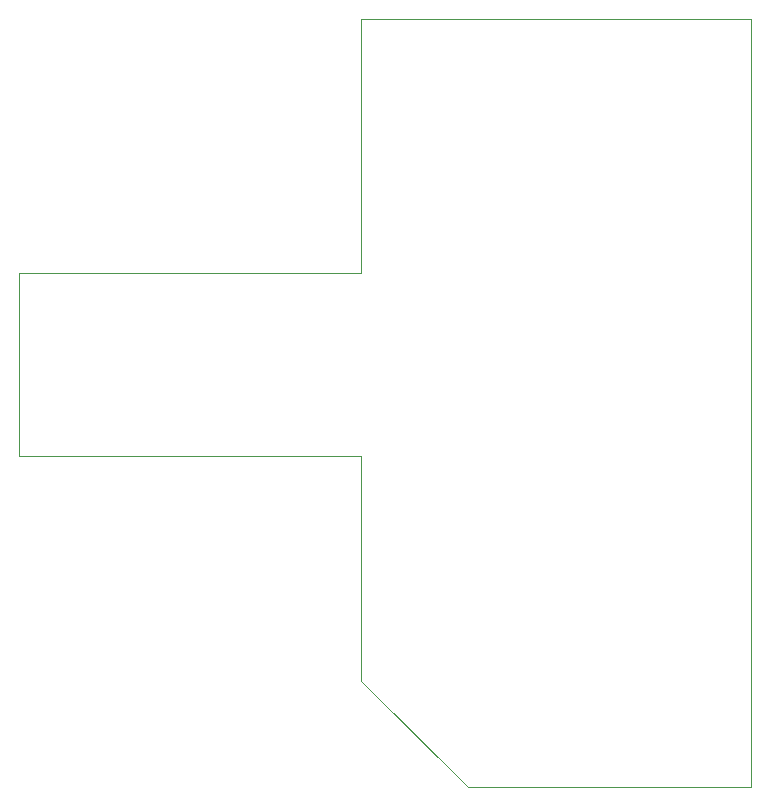
<source format=gbr>
G04 #@! TF.FileFunction,Profile,NP*
%FSLAX46Y46*%
G04 Gerber Fmt 4.6, Leading zero omitted, Abs format (unit mm)*
G04 Created by KiCad (PCBNEW (2014-12-16 BZR 5324)-product) date Monday, 27 April 2015 11:22:56 am*
%MOMM*%
G01*
G04 APERTURE LIST*
%ADD10C,0.100000*%
G04 APERTURE END LIST*
D10*
X107000000Y-111000000D02*
X116000000Y-120000000D01*
X107000000Y-92000000D02*
X107000000Y-111000000D01*
X78000000Y-92000000D02*
X107000000Y-92000000D01*
X78000000Y-76500000D02*
X78000000Y-92000000D01*
X107000000Y-76500000D02*
X78000000Y-76500000D01*
X107000000Y-55000000D02*
X107000000Y-76500000D01*
X140000000Y-55000000D02*
X107000000Y-55000000D01*
X140000000Y-93408500D02*
X140000000Y-54991000D01*
X140000000Y-120000000D02*
X140000000Y-93408500D01*
X116014500Y-120000000D02*
X140000000Y-120000000D01*
M02*

</source>
